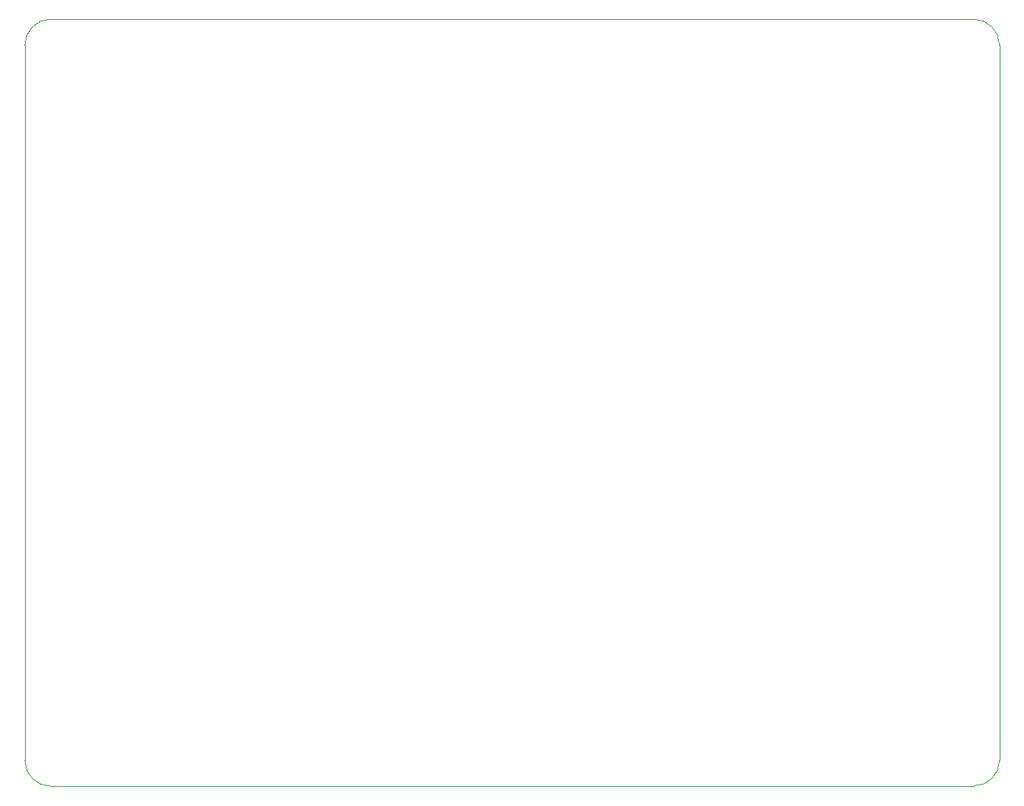
<source format=gbr>
%TF.GenerationSoftware,KiCad,Pcbnew,7.0.7*%
%TF.CreationDate,2024-02-23T22:21:30-08:00*%
%TF.ProjectId,PDB,5044422e-6b69-4636-9164-5f7063625858,rev?*%
%TF.SameCoordinates,Original*%
%TF.FileFunction,Profile,NP*%
%FSLAX46Y46*%
G04 Gerber Fmt 4.6, Leading zero omitted, Abs format (unit mm)*
G04 Created by KiCad (PCBNEW 7.0.7) date 2024-02-23 22:21:30*
%MOMM*%
%LPD*%
G01*
G04 APERTURE LIST*
%TA.AperFunction,Profile*%
%ADD10C,0.100000*%
%TD*%
G04 APERTURE END LIST*
D10*
X169650000Y-19900000D02*
X169650000Y-102150000D01*
X60550000Y-16900000D02*
X166650000Y-16900000D01*
X57550000Y-102150000D02*
X57550000Y-19900000D01*
X166700000Y-105100000D02*
X60550000Y-105150000D01*
X166700000Y-105100000D02*
G75*
G03*
X169650000Y-102150000I0J2950000D01*
G01*
X169650000Y-19900000D02*
G75*
G03*
X166650000Y-16900000I-3000000J0D01*
G01*
X60550000Y-16900000D02*
G75*
G03*
X57550000Y-19900000I0J-3000000D01*
G01*
X57550000Y-102150000D02*
G75*
G03*
X60550000Y-105150000I3000000J0D01*
G01*
M02*

</source>
